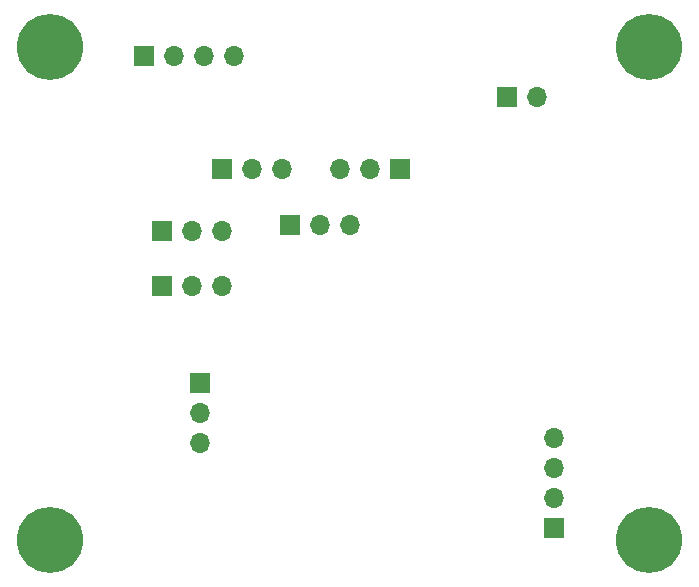
<source format=gbr>
%TF.GenerationSoftware,KiCad,Pcbnew,(6.0.7)*%
%TF.CreationDate,2022-09-01T00:20:10+02:00*%
%TF.ProjectId,ES9033_prototype,45533930-3333-45f7-9072-6f746f747970,rev?*%
%TF.SameCoordinates,Original*%
%TF.FileFunction,Soldermask,Bot*%
%TF.FilePolarity,Negative*%
%FSLAX46Y46*%
G04 Gerber Fmt 4.6, Leading zero omitted, Abs format (unit mm)*
G04 Created by KiCad (PCBNEW (6.0.7)) date 2022-09-01 00:20:10*
%MOMM*%
%LPD*%
G01*
G04 APERTURE LIST*
%ADD10R,1.700000X1.700000*%
%ADD11O,1.700000X1.700000*%
%ADD12C,5.600000*%
G04 APERTURE END LIST*
D10*
%TO.C,JP203*%
X50000000Y-71975000D03*
D11*
X50000000Y-74515000D03*
X50000000Y-77055000D03*
%TD*%
D10*
%TO.C,JP202*%
X46725000Y-63750000D03*
D11*
X49265000Y-63750000D03*
X51805000Y-63750000D03*
%TD*%
D10*
%TO.C,JP206*%
X66920000Y-53870000D03*
D11*
X64380000Y-53870000D03*
X61840000Y-53870000D03*
%TD*%
D10*
%TO.C,J103*%
X79975000Y-84212500D03*
D11*
X79975000Y-81672500D03*
X79975000Y-79132500D03*
X79975000Y-76592500D03*
%TD*%
D10*
%TO.C,JP204*%
X51870000Y-53870000D03*
D11*
X54410000Y-53870000D03*
X56950000Y-53870000D03*
%TD*%
D12*
%TO.C,H101*%
X37250000Y-85250000D03*
%TD*%
%TO.C,H103*%
X37250000Y-43500000D03*
%TD*%
D10*
%TO.C,JP205*%
X57620000Y-58620000D03*
D11*
X60160000Y-58620000D03*
X62700000Y-58620000D03*
%TD*%
D12*
%TO.C,H102*%
X88000000Y-43500000D03*
%TD*%
D10*
%TO.C,JP201*%
X46725000Y-59120000D03*
D11*
X49265000Y-59120000D03*
X51805000Y-59120000D03*
%TD*%
D10*
%TO.C,J102*%
X45210000Y-44250000D03*
D11*
X47750000Y-44250000D03*
X50290000Y-44250000D03*
X52830000Y-44250000D03*
%TD*%
D12*
%TO.C,H104*%
X88000000Y-85250000D03*
%TD*%
D10*
%TO.C,J101*%
X75960000Y-47750000D03*
D11*
X78500000Y-47750000D03*
%TD*%
M02*

</source>
